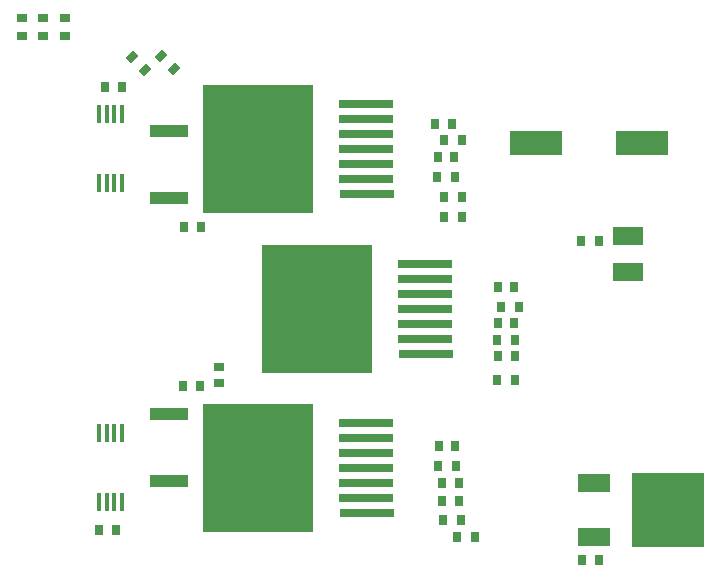
<source format=gtp>
G04*
G04 #@! TF.GenerationSoftware,Altium Limited,Altium Designer,18.0.7 (293)*
G04*
G04 Layer_Color=8421504*
%FSLAX25Y25*%
%MOIN*%
G70*
G01*
G75*
%ADD12R,0.03150X0.03543*%
%ADD13R,0.03543X0.03150*%
%ADD14R,0.10236X0.05906*%
G04:AMPARAMS|DCode=15|XSize=35.43mil|YSize=27.56mil|CornerRadius=0mil|HoleSize=0mil|Usage=FLASHONLY|Rotation=225.000|XOffset=0mil|YOffset=0mil|HoleType=Round|Shape=Rectangle|*
%AMROTATEDRECTD15*
4,1,4,0.00278,0.02227,0.02227,0.00278,-0.00278,-0.02227,-0.02227,-0.00278,0.00278,0.02227,0.0*
%
%ADD15ROTATEDRECTD15*%

%ADD16R,0.24016X0.24803*%
%ADD17R,0.11024X0.05906*%
%ADD18R,0.03543X0.02756*%
%ADD19R,0.02756X0.03543*%
%ADD20R,0.12992X0.04331*%
%ADD21R,0.01575X0.05906*%
%ADD22R,0.37008X0.42520*%
%ADD23R,0.18110X0.03150*%
%ADD24R,0.17717X0.07874*%
D12*
X93144Y78500D02*
D03*
X98656D02*
D03*
X93444Y131400D02*
D03*
X98956D02*
D03*
X231656Y20600D02*
D03*
X226144D02*
D03*
X67144Y178300D02*
D03*
X72656D02*
D03*
X70756Y30600D02*
D03*
X65244D02*
D03*
X203543Y99500D02*
D03*
X198031D02*
D03*
X182756Y166000D02*
D03*
X177244D02*
D03*
X203543Y111500D02*
D03*
X198031D02*
D03*
X183505Y154897D02*
D03*
X177993D02*
D03*
X185058Y46300D02*
D03*
X179546D02*
D03*
X183858Y58500D02*
D03*
X178346D02*
D03*
D13*
X105100Y84956D02*
D03*
Y79444D02*
D03*
D14*
X241500Y116689D02*
D03*
Y128500D02*
D03*
D15*
X80288Y184012D02*
D03*
X76112Y188188D02*
D03*
X89988Y184351D02*
D03*
X85812Y188527D02*
D03*
D16*
X254736Y37109D02*
D03*
D17*
X230130Y28165D02*
D03*
Y46165D02*
D03*
D18*
X39600Y201284D02*
D03*
Y195379D02*
D03*
X46500Y201284D02*
D03*
Y195379D02*
D03*
X53900Y201284D02*
D03*
Y195379D02*
D03*
D19*
X225747Y126800D02*
D03*
X231653D02*
D03*
X203740Y94000D02*
D03*
X197835D02*
D03*
X185255Y40300D02*
D03*
X179350D02*
D03*
X204953Y105000D02*
D03*
X199047D02*
D03*
X184055Y52000D02*
D03*
X178150D02*
D03*
X203853Y88700D02*
D03*
X197947D02*
D03*
X203740Y80400D02*
D03*
X197835D02*
D03*
X185753Y33800D02*
D03*
X179847D02*
D03*
X190353Y28100D02*
D03*
X184447D02*
D03*
X183702Y148097D02*
D03*
X177796D02*
D03*
X186024Y160500D02*
D03*
X180118D02*
D03*
X186024Y141400D02*
D03*
X180118D02*
D03*
Y134800D02*
D03*
X186024D02*
D03*
D20*
X88583Y46780D02*
D03*
Y69220D02*
D03*
Y163720D02*
D03*
Y141280D02*
D03*
D21*
X72736Y62817D02*
D03*
X70177D02*
D03*
X72736Y39983D02*
D03*
X70177D02*
D03*
X67618Y62817D02*
D03*
X65059D02*
D03*
X67618Y39983D02*
D03*
X65059D02*
D03*
X65061Y146283D02*
D03*
X67620D02*
D03*
X65061Y169117D02*
D03*
X67620D02*
D03*
X70180Y146283D02*
D03*
X72739D02*
D03*
X70180Y169117D02*
D03*
X72739D02*
D03*
D22*
X118110Y157480D02*
D03*
X137795Y104331D02*
D03*
X118110Y51181D02*
D03*
D23*
X154331Y142480D02*
D03*
X154134Y147480D02*
D03*
Y152480D02*
D03*
Y157480D02*
D03*
Y162480D02*
D03*
Y167480D02*
D03*
Y172480D02*
D03*
X173819Y119331D02*
D03*
Y114331D02*
D03*
Y109331D02*
D03*
Y104331D02*
D03*
Y99331D02*
D03*
Y94331D02*
D03*
X174016Y89331D02*
D03*
X154134Y66181D02*
D03*
Y61181D02*
D03*
Y56181D02*
D03*
Y51181D02*
D03*
Y46181D02*
D03*
Y41181D02*
D03*
X154331Y36181D02*
D03*
D24*
X246037Y159614D02*
D03*
X210604D02*
D03*
M02*

</source>
